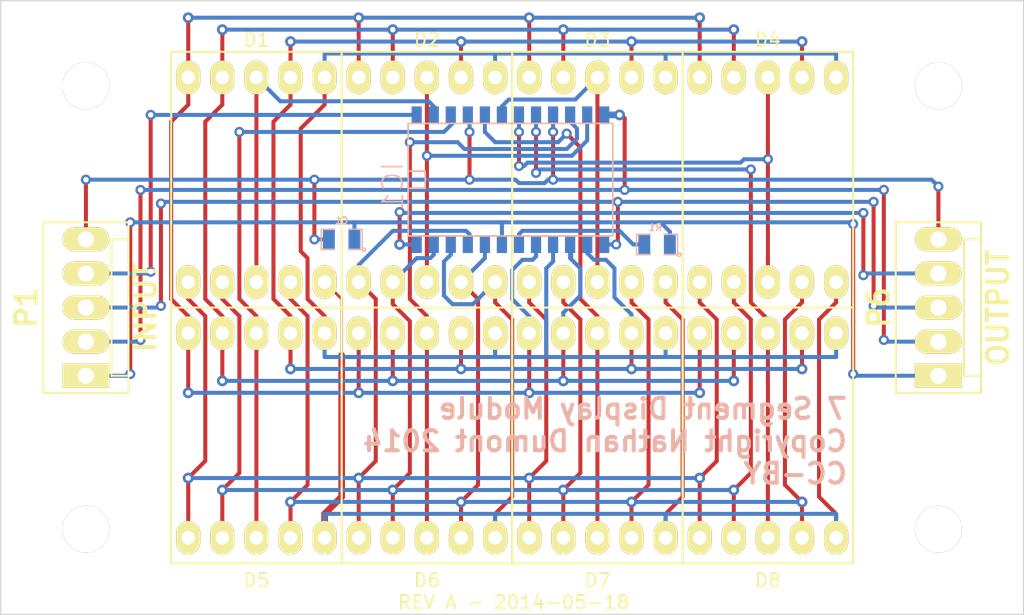
<source format=kicad_pcb>
(kicad_pcb (version 3) (host pcbnew "(2014-05-09 BZR 4859)-product")

  (general
    (links 95)
    (no_connects 0)
    (area 97.739999 83.134999 176.7554 128.97546)
    (thickness 1.6)
    (drawings 6)
    (tracks 430)
    (zones 0)
    (modules 17)
    (nets 24)
  )

  (page A4)
  (layers
    (15 F.Cu signal)
    (0 B.Cu signal)
    (16 B.Adhes user)
    (17 F.Adhes user)
    (18 B.Paste user)
    (19 F.Paste user)
    (20 B.SilkS user)
    (21 F.SilkS user)
    (22 B.Mask user)
    (23 F.Mask user)
    (24 Dwgs.User user)
    (25 Cmts.User user)
    (26 Eco1.User user)
    (27 Eco2.User user)
    (28 Edge.Cuts user)
  )

  (setup
    (last_trace_width 0.3)
    (user_trace_width 0.2)
    (trace_clearance 0.2)
    (zone_clearance 0.508)
    (zone_45_only no)
    (trace_min 0.15)
    (segment_width 0.2)
    (edge_width 0.1)
    (via_size 0.75)
    (via_drill 0.4)
    (via_min_size 0.6)
    (via_min_drill 0.3)
    (uvia_size 0.508)
    (uvia_drill 0.127)
    (uvias_allowed no)
    (uvia_min_size 0.508)
    (uvia_min_drill 0.127)
    (pcb_text_width 0.3)
    (pcb_text_size 1.5 1.5)
    (mod_edge_width 0.15)
    (mod_text_size 1 1)
    (mod_text_width 0.15)
    (pad_size 3.50012 3.50012)
    (pad_drill 3.50012)
    (pad_to_mask_clearance 0)
    (aux_axis_origin 97.79 128.905)
    (visible_elements FFFFFFFF)
    (pcbplotparams
      (layerselection 8388608)
      (usegerberextensions false)
      (excludeedgelayer false)
      (linewidth 0.100000)
      (plotframeref false)
      (viasonmask false)
      (mode 1)
      (useauxorigin false)
      (hpglpennumber 1)
      (hpglpenspeed 20)
      (hpglpendiameter 15)
      (hpglpenoverlay 2)
      (psnegative false)
      (psa4output false)
      (plotreference true)
      (plotvalue true)
      (plotothertext false)
      (plotinvisibletext false)
      (padsonsilk false)
      (subtractmaskfromsilk false)
      (outputformat 4)
      (mirror false)
      (drillshape 2)
      (scaleselection 1)
      (outputdirectory gerbers))
  )

  (net 0 "")
  (net 1 /SEGE)
  (net 2 /SEGD)
  (net 3 /DIG0)
  (net 4 /SEGC)
  (net 5 /SEGDP)
  (net 6 /SEGB)
  (net 7 /SEGA)
  (net 8 /SEGF)
  (net 9 /SEGG)
  (net 10 /DIG2)
  (net 11 /DIG4)
  (net 12 /DIG6)
  (net 13 /DIG1)
  (net 14 /DIG3)
  (net 15 /DIG5)
  (net 16 /DIG7)
  (net 17 +5V)
  (net 18 GND)
  (net 19 /DI)
  (net 20 /LOAD)
  (net 21 /DO)
  (net 22 "Net-(IC1-Pad18)")
  (net 23 /SCK)

  (net_class Default "This is the default net class."
    (clearance 0.2)
    (trace_width 0.3)
    (via_dia 0.75)
    (via_drill 0.4)
    (uvia_dia 0.508)
    (uvia_drill 0.127)
    (add_net +5V)
    (add_net /DI)
    (add_net /DIG0)
    (add_net /DIG1)
    (add_net /DIG2)
    (add_net /DIG3)
    (add_net /DIG4)
    (add_net /DIG5)
    (add_net /DIG6)
    (add_net /DIG7)
    (add_net /DO)
    (add_net /LOAD)
    (add_net /SCK)
    (add_net /SEGA)
    (add_net /SEGB)
    (add_net /SEGC)
    (add_net /SEGD)
    (add_net /SEGDP)
    (add_net /SEGE)
    (add_net /SEGF)
    (add_net /SEGG)
    (add_net GND)
    (add_net "Net-(IC1-Pad18)")
  )

  (module SMD_Packages:SM0805 (layer B.Cu) (tedit 53773F66) (tstamp 537275B3)
    (at 123.19 100.965 180)
    (path /53713CBE)
    (attr smd)
    (fp_text reference C1 (at 0 1.397 180) (layer B.SilkS)
      (effects (font (size 0.50038 0.50038) (thickness 0.10922)) (justify mirror))
    )
    (fp_text value 100nF (at 0 -0.381 180) (layer B.SilkS) hide
      (effects (font (size 0.50038 0.50038) (thickness 0.10922)) (justify mirror))
    )
    (fp_circle (center -1.651 -0.762) (end -1.651 -0.635) (layer B.SilkS) (width 0.09906))
    (fp_line (start -0.508 -0.762) (end -1.524 -0.762) (layer B.SilkS) (width 0.09906))
    (fp_line (start -1.524 -0.762) (end -1.524 0.762) (layer B.SilkS) (width 0.09906))
    (fp_line (start -1.524 0.762) (end -0.508 0.762) (layer B.SilkS) (width 0.09906))
    (fp_line (start 0.508 0.762) (end 1.524 0.762) (layer B.SilkS) (width 0.09906))
    (fp_line (start 1.524 0.762) (end 1.524 -0.762) (layer B.SilkS) (width 0.09906))
    (fp_line (start 1.524 -0.762) (end 0.508 -0.762) (layer B.SilkS) (width 0.09906))
    (pad 1 smd rect (at -0.9525 0 180) (size 0.889 1.397) (layers B.Cu B.Paste B.Mask)
      (net 17 +5V))
    (pad 2 smd rect (at 0.9525 0 180) (size 0.889 1.397) (layers B.Cu B.Paste B.Mask)
      (net 18 GND))
    (model smd/chip_cms.wrl
      (at (xyz 0 0 0))
      (scale (xyz 0.1 0.1 0.1))
      (rotate (xyz 0 0 0))
    )
  )

  (module SMD_Packages:SOIC24-WIDE (layer B.Cu) (tedit 53773F84) (tstamp 537275D6)
    (at 135.763 96.52)
    (path /5371244B)
    (attr smd)
    (fp_text reference IC1 (at -8.763 0.508 90) (layer B.SilkS)
      (effects (font (thickness 0.127)) (justify mirror))
    )
    (fp_text value MAX7219 (at 0 -1.524) (layer B.SilkS) hide
      (effects (font (thickness 0.127)) (justify mirror))
    )
    (fp_line (start 7.62 4.191) (end -7.62 4.191) (layer B.SilkS) (width 0.127))
    (fp_line (start -7.62 4.191) (end -7.62 -4.191) (layer B.SilkS) (width 0.127))
    (fp_line (start -7.62 0.635) (end -6.35 0.635) (layer B.SilkS) (width 0.127))
    (fp_line (start -6.35 0.635) (end -6.35 -0.635) (layer B.SilkS) (width 0.127))
    (fp_line (start -6.35 -0.635) (end -7.62 -0.635) (layer B.SilkS) (width 0.127))
    (fp_line (start 7.62 -4.191) (end 7.62 4.191) (layer B.SilkS) (width 0.127))
    (fp_line (start -7.62 -4.191) (end 7.62 -4.191) (layer B.SilkS) (width 0.127))
    (pad 1 smd rect (at -6.985 -4.826) (size 0.762 1.27) (layers B.Cu B.Paste B.Mask)
      (net 19 /DI))
    (pad 2 smd rect (at -5.715 -4.826) (size 0.762 1.27) (layers B.Cu B.Paste B.Mask)
      (net 3 /DIG0))
    (pad 3 smd rect (at -4.445 -4.826) (size 0.762 1.27) (layers B.Cu B.Paste B.Mask)
      (net 11 /DIG4))
    (pad 4 smd rect (at -3.175 -4.826) (size 0.762 1.27) (layers B.Cu B.Paste B.Mask)
      (net 18 GND))
    (pad 5 smd rect (at -1.905 -4.826) (size 0.762 1.27) (layers B.Cu B.Paste B.Mask)
      (net 12 /DIG6))
    (pad 6 smd rect (at -0.635 -4.826) (size 0.762 1.27) (layers B.Cu B.Paste B.Mask)
      (net 10 /DIG2))
    (pad 7 smd rect (at 0.635 -4.826) (size 0.762 1.27) (layers B.Cu B.Paste B.Mask)
      (net 14 /DIG3))
    (pad 8 smd rect (at 1.905 -4.826) (size 0.762 1.27) (layers B.Cu B.Paste B.Mask)
      (net 16 /DIG7))
    (pad 9 smd rect (at 3.175 -4.826) (size 0.762 1.27) (layers B.Cu B.Paste B.Mask)
      (net 18 GND))
    (pad 10 smd rect (at 4.445 -4.826) (size 0.762 1.27) (layers B.Cu B.Paste B.Mask)
      (net 15 /DIG5))
    (pad 11 smd rect (at 5.715 -4.826) (size 0.762 1.27) (layers B.Cu B.Paste B.Mask)
      (net 13 /DIG1))
    (pad 12 smd rect (at 6.985 -4.826) (size 0.762 1.27) (layers B.Cu B.Paste B.Mask)
      (net 20 /LOAD))
    (pad 24 smd rect (at -6.985 4.826) (size 0.762 1.27) (layers B.Cu B.Paste B.Mask)
      (net 21 /DO))
    (pad 23 smd rect (at -5.715 4.826) (size 0.762 1.27) (layers B.Cu B.Paste B.Mask)
      (net 2 /SEGD))
    (pad 22 smd rect (at -4.445 4.826) (size 0.762 1.27) (layers B.Cu B.Paste B.Mask)
      (net 5 /SEGDP))
    (pad 21 smd rect (at -3.175 4.826) (size 0.762 1.27) (layers B.Cu B.Paste B.Mask)
      (net 1 /SEGE))
    (pad 20 smd rect (at -1.905 4.826) (size 0.762 1.27) (layers B.Cu B.Paste B.Mask)
      (net 4 /SEGC))
    (pad 19 smd rect (at -0.635 4.826) (size 0.762 1.27) (layers B.Cu B.Paste B.Mask)
      (net 17 +5V))
    (pad 18 smd rect (at 0.635 4.826) (size 0.762 1.27) (layers B.Cu B.Paste B.Mask)
      (net 22 "Net-(IC1-Pad18)"))
    (pad 17 smd rect (at 1.905 4.826) (size 0.762 1.27) (layers B.Cu B.Paste B.Mask)
      (net 9 /SEGG))
    (pad 16 smd rect (at 3.175 4.826) (size 0.762 1.27) (layers B.Cu B.Paste B.Mask)
      (net 6 /SEGB))
    (pad 15 smd rect (at 4.445 4.826) (size 0.762 1.27) (layers B.Cu B.Paste B.Mask)
      (net 8 /SEGF))
    (pad 14 smd rect (at 5.715 4.826) (size 0.762 1.27) (layers B.Cu B.Paste B.Mask)
      (net 7 /SEGA))
    (pad 13 smd rect (at 6.985 4.826) (size 0.762 1.27) (layers B.Cu B.Paste B.Mask)
      (net 23 /SCK))
    (model smd/cms_soj24.wrl
      (at (xyz 0 0 0))
      (scale (xyz 0.5 0.6 0.5))
      (rotate (xyz 0 0 0))
    )
  )

  (module Nathan_THT:MOLEX_KK_5 (layer F.Cu) (tedit 53727423) (tstamp 537275E6)
    (at 104.14 106.045 90)
    (path /537141E2)
    (fp_text reference P1 (at 0 -4.445 90) (layer F.SilkS)
      (effects (font (thickness 0.3048)))
    )
    (fp_text value INPUT (at 0 4.445 90) (layer F.SilkS)
      (effects (font (thickness 0.3048)))
    )
    (fp_line (start -5.08 3.175) (end -5.08 1.905) (layer F.SilkS) (width 0.15))
    (fp_line (start -5.08 1.905) (end 5.08 1.905) (layer F.SilkS) (width 0.15))
    (fp_line (start 5.08 1.905) (end 5.08 3.175) (layer F.SilkS) (width 0.15))
    (fp_line (start -6.35 -3.175) (end 6.35 -3.175) (layer F.SilkS) (width 0.15))
    (fp_line (start 6.35 -3.175) (end 6.35 3.175) (layer F.SilkS) (width 0.15))
    (fp_line (start 6.35 3.175) (end -6.35 3.175) (layer F.SilkS) (width 0.15))
    (fp_line (start -6.35 -3.175) (end -6.35 3.175) (layer F.SilkS) (width 0.15))
    (pad 1 thru_hole rect (at -5.08 0 90) (size 1.8 3.5) (drill 1.2) (layers *.Cu *.Mask F.SilkS)
      (net 17 +5V))
    (pad 2 thru_hole oval (at -2.54 0 90) (size 1.8 3.5) (drill 1.2) (layers *.Cu *.Mask F.SilkS)
      (net 20 /LOAD))
    (pad 3 thru_hole oval (at 0 0 90) (size 1.8 3.5) (drill 1.2) (layers *.Cu *.Mask F.SilkS)
      (net 23 /SCK))
    (pad 4 thru_hole oval (at 2.54 0 90) (size 1.8 3.5) (drill 1.2) (layers *.Cu *.Mask F.SilkS)
      (net 19 /DI))
    (pad 5 thru_hole oval (at 5.08 0 90) (size 1.8 3.5) (drill 1.2) (layers *.Cu *.Mask F.SilkS)
      (net 18 GND))
  )

  (module Mounting_Holes:MountingHole_3-5mm (layer F.Cu) (tedit 53789C69) (tstamp 537275EC)
    (at 104.14 89.535)
    (descr "Mounting hole, Befestigungsbohrung, 3,5mm, No Annular, Kein Restring,")
    (tags "Mounting hole, Befestigungsbohrung, 3,5mm, No Annular, Kein Restring,")
    (path /537157FE)
    (fp_text reference P2 (at 0 -4.50088) (layer F.SilkS) hide
      (effects (font (thickness 0.3048)))
    )
    (fp_text value CONN_1 (at 0 5.00126) (layer F.SilkS) hide
      (effects (font (thickness 0.3048)))
    )
    (fp_circle (center 0 0) (end 3.50012 0) (layer Cmts.User) (width 0.381))
    (pad 1 thru_hole circle (at 0 0) (size 3.50012 3.50012) (drill 3.50012) (layers *.Cu *.Mask))
  )

  (module Mounting_Holes:MountingHole_3-5mm (layer F.Cu) (tedit 53789C83) (tstamp 537275F2)
    (at 104.14 122.555)
    (descr "Mounting hole, Befestigungsbohrung, 3,5mm, No Annular, Kein Restring,")
    (tags "Mounting hole, Befestigungsbohrung, 3,5mm, No Annular, Kein Restring,")
    (path /537158D1)
    (fp_text reference P3 (at 0 -4.50088) (layer F.SilkS) hide
      (effects (font (thickness 0.3048)))
    )
    (fp_text value CONN_1 (at 0 5.00126) (layer F.SilkS) hide
      (effects (font (thickness 0.3048)))
    )
    (fp_circle (center 0 0) (end 3.50012 0) (layer Cmts.User) (width 0.381))
    (pad 1 thru_hole circle (at 0 0) (size 3.50012 3.50012) (drill 3.50012) (layers *.Cu *.Mask))
  )

  (module Mounting_Holes:MountingHole_3-5mm (layer F.Cu) (tedit 53789C7C) (tstamp 537275F8)
    (at 167.64 122.555)
    (descr "Mounting hole, Befestigungsbohrung, 3,5mm, No Annular, Kein Restring,")
    (tags "Mounting hole, Befestigungsbohrung, 3,5mm, No Annular, Kein Restring,")
    (path /537158FC)
    (fp_text reference P4 (at 0 -4.50088) (layer F.SilkS) hide
      (effects (font (thickness 0.3048)))
    )
    (fp_text value CONN_1 (at 0 5.00126) (layer F.SilkS) hide
      (effects (font (thickness 0.3048)))
    )
    (fp_circle (center 0 0) (end 3.50012 0) (layer Cmts.User) (width 0.381))
    (pad 1 thru_hole circle (at 0 0) (size 3.50012 3.50012) (drill 3.50012) (layers *.Cu *.Mask))
  )

  (module Mounting_Holes:MountingHole_3-5mm (layer F.Cu) (tedit 53789C73) (tstamp 537275FE)
    (at 167.64 89.535)
    (descr "Mounting hole, Befestigungsbohrung, 3,5mm, No Annular, Kein Restring,")
    (tags "Mounting hole, Befestigungsbohrung, 3,5mm, No Annular, Kein Restring,")
    (path /53715919)
    (fp_text reference P5 (at 0 -4.50088) (layer F.SilkS) hide
      (effects (font (thickness 0.3048)))
    )
    (fp_text value CONN_1 (at 0 5.00126) (layer F.SilkS) hide
      (effects (font (thickness 0.3048)))
    )
    (fp_circle (center 0 0) (end 3.50012 0) (layer Cmts.User) (width 0.381))
    (pad 1 thru_hole circle (at 0 0) (size 3.50012 3.50012) (drill 3.50012) (layers *.Cu *.Mask))
  )

  (module Nathan_THT:MOLEX_KK_5 (layer F.Cu) (tedit 53727423) (tstamp 5372760E)
    (at 167.64 106.045 90)
    (path /537142A9)
    (fp_text reference P6 (at 0 -4.445 90) (layer F.SilkS)
      (effects (font (thickness 0.3048)))
    )
    (fp_text value OUTPUT (at 0 4.445 90) (layer F.SilkS)
      (effects (font (thickness 0.3048)))
    )
    (fp_line (start -5.08 3.175) (end -5.08 1.905) (layer F.SilkS) (width 0.15))
    (fp_line (start -5.08 1.905) (end 5.08 1.905) (layer F.SilkS) (width 0.15))
    (fp_line (start 5.08 1.905) (end 5.08 3.175) (layer F.SilkS) (width 0.15))
    (fp_line (start -6.35 -3.175) (end 6.35 -3.175) (layer F.SilkS) (width 0.15))
    (fp_line (start 6.35 -3.175) (end 6.35 3.175) (layer F.SilkS) (width 0.15))
    (fp_line (start 6.35 3.175) (end -6.35 3.175) (layer F.SilkS) (width 0.15))
    (fp_line (start -6.35 -3.175) (end -6.35 3.175) (layer F.SilkS) (width 0.15))
    (pad 1 thru_hole rect (at -5.08 0 90) (size 1.8 3.5) (drill 1.2) (layers *.Cu *.Mask F.SilkS)
      (net 17 +5V))
    (pad 2 thru_hole oval (at -2.54 0 90) (size 1.8 3.5) (drill 1.2) (layers *.Cu *.Mask F.SilkS)
      (net 20 /LOAD))
    (pad 3 thru_hole oval (at 0 0 90) (size 1.8 3.5) (drill 1.2) (layers *.Cu *.Mask F.SilkS)
      (net 23 /SCK))
    (pad 4 thru_hole oval (at 2.54 0 90) (size 1.8 3.5) (drill 1.2) (layers *.Cu *.Mask F.SilkS)
      (net 21 /DO))
    (pad 5 thru_hole oval (at 5.08 0 90) (size 1.8 3.5) (drill 1.2) (layers *.Cu *.Mask F.SilkS)
      (net 18 GND))
  )

  (module SMD_Packages:SM0805 (layer B.Cu) (tedit 53773F74) (tstamp 5372761B)
    (at 146.685 101.346 180)
    (path /537134BC)
    (attr smd)
    (fp_text reference R1 (at 0.127 1.27 180) (layer B.SilkS)
      (effects (font (size 0.50038 0.50038) (thickness 0.10922)) (justify mirror))
    )
    (fp_text value 27k (at 0 -0.381 180) (layer B.SilkS) hide
      (effects (font (size 0.50038 0.50038) (thickness 0.10922)) (justify mirror))
    )
    (fp_circle (center -1.651 -0.762) (end -1.651 -0.635) (layer B.SilkS) (width 0.09906))
    (fp_line (start -0.508 -0.762) (end -1.524 -0.762) (layer B.SilkS) (width 0.09906))
    (fp_line (start -1.524 -0.762) (end -1.524 0.762) (layer B.SilkS) (width 0.09906))
    (fp_line (start -1.524 0.762) (end -0.508 0.762) (layer B.SilkS) (width 0.09906))
    (fp_line (start 0.508 0.762) (end 1.524 0.762) (layer B.SilkS) (width 0.09906))
    (fp_line (start 1.524 0.762) (end 1.524 -0.762) (layer B.SilkS) (width 0.09906))
    (fp_line (start 1.524 -0.762) (end 0.508 -0.762) (layer B.SilkS) (width 0.09906))
    (pad 1 smd rect (at -0.9525 0 180) (size 0.889 1.397) (layers B.Cu B.Paste B.Mask)
      (net 17 +5V))
    (pad 2 smd rect (at 0.9525 0 180) (size 0.889 1.397) (layers B.Cu B.Paste B.Mask)
      (net 22 "Net-(IC1-Pad18)"))
    (model smd/chip_cms.wrl
      (at (xyz 0 0 0))
      (scale (xyz 0.1 0.1 0.1))
      (rotate (xyz 0 0 0))
    )
  )

  (module Nathan_THT:7SEGM_LED_0_5_INCH (layer F.Cu) (tedit 53774227) (tstamp 5377425E)
    (at 116.84 96.52)
    (path /53712D36)
    (fp_text reference D1 (at 0 -10.414) (layer F.SilkS)
      (effects (font (size 1 1) (thickness 0.15)))
    )
    (fp_text value 7SEGMENTS (at 0 0) (layer F.SilkS) hide
      (effects (font (size 1 1) (thickness 0.15)))
    )
    (fp_line (start -6.35 -9.525) (end 6.35 -9.525) (layer F.SilkS) (width 0.15))
    (fp_line (start 6.35 -9.525) (end 6.35 9.525) (layer F.SilkS) (width 0.15))
    (fp_line (start 6.35 9.525) (end -6.35 9.525) (layer F.SilkS) (width 0.15))
    (fp_line (start -6.35 9.525) (end -6.35 -9.525) (layer F.SilkS) (width 0.15))
    (pad 1 thru_hole oval (at -5.08 7.62) (size 1.8 2.5) (drill 1) (layers *.Cu *.Mask F.SilkS)
      (net 1 /SEGE))
    (pad 2 thru_hole oval (at -2.54 7.62) (size 1.8 2.5) (drill 1) (layers *.Cu *.Mask F.SilkS)
      (net 2 /SEGD))
    (pad 3 thru_hole oval (at 0 7.62) (size 1.8 2.5) (drill 1) (layers *.Cu *.Mask F.SilkS)
      (net 3 /DIG0))
    (pad 4 thru_hole oval (at 2.54 7.62) (size 1.8 2.5) (drill 1) (layers *.Cu *.Mask F.SilkS)
      (net 4 /SEGC))
    (pad 5 thru_hole oval (at 5.08 7.62) (size 1.8 2.5) (drill 1) (layers *.Cu *.Mask F.SilkS)
      (net 5 /SEGDP))
    (pad 6 thru_hole oval (at 5.08 -7.62) (size 1.8 2.5) (drill 1) (layers *.Cu *.Mask F.SilkS)
      (net 6 /SEGB))
    (pad 7 thru_hole oval (at 2.54 -7.62) (size 1.8 2.5) (drill 1) (layers *.Cu *.Mask F.SilkS)
      (net 7 /SEGA))
    (pad 8 thru_hole oval (at 0 -7.62) (size 1.8 2.5) (drill 1) (layers *.Cu *.Mask F.SilkS)
      (net 3 /DIG0))
    (pad 9 thru_hole oval (at -2.54 -7.62) (size 1.8 2.5) (drill 1) (layers *.Cu *.Mask F.SilkS)
      (net 8 /SEGF))
    (pad 10 thru_hole oval (at -5.08 -7.62) (size 1.8 2.5) (drill 1) (layers *.Cu *.Mask F.SilkS)
      (net 9 /SEGG))
  )

  (module Nathan_THT:7SEGM_LED_0_5_INCH (layer F.Cu) (tedit 5377422F) (tstamp 5377426C)
    (at 129.54 96.52)
    (path /53712FA9)
    (fp_text reference D2 (at 0 -10.414) (layer F.SilkS)
      (effects (font (size 1 1) (thickness 0.15)))
    )
    (fp_text value 7SEGMENTS (at 0 0) (layer F.SilkS) hide
      (effects (font (size 1 1) (thickness 0.15)))
    )
    (fp_line (start -6.35 -9.525) (end 6.35 -9.525) (layer F.SilkS) (width 0.15))
    (fp_line (start 6.35 -9.525) (end 6.35 9.525) (layer F.SilkS) (width 0.15))
    (fp_line (start 6.35 9.525) (end -6.35 9.525) (layer F.SilkS) (width 0.15))
    (fp_line (start -6.35 9.525) (end -6.35 -9.525) (layer F.SilkS) (width 0.15))
    (pad 1 thru_hole oval (at -5.08 7.62) (size 1.8 2.5) (drill 1) (layers *.Cu *.Mask F.SilkS)
      (net 1 /SEGE))
    (pad 2 thru_hole oval (at -2.54 7.62) (size 1.8 2.5) (drill 1) (layers *.Cu *.Mask F.SilkS)
      (net 2 /SEGD))
    (pad 3 thru_hole oval (at 0 7.62) (size 1.8 2.5) (drill 1) (layers *.Cu *.Mask F.SilkS)
      (net 13 /DIG1))
    (pad 4 thru_hole oval (at 2.54 7.62) (size 1.8 2.5) (drill 1) (layers *.Cu *.Mask F.SilkS)
      (net 4 /SEGC))
    (pad 5 thru_hole oval (at 5.08 7.62) (size 1.8 2.5) (drill 1) (layers *.Cu *.Mask F.SilkS)
      (net 5 /SEGDP))
    (pad 6 thru_hole oval (at 5.08 -7.62) (size 1.8 2.5) (drill 1) (layers *.Cu *.Mask F.SilkS)
      (net 6 /SEGB))
    (pad 7 thru_hole oval (at 2.54 -7.62) (size 1.8 2.5) (drill 1) (layers *.Cu *.Mask F.SilkS)
      (net 7 /SEGA))
    (pad 8 thru_hole oval (at 0 -7.62) (size 1.8 2.5) (drill 1) (layers *.Cu *.Mask F.SilkS)
      (net 13 /DIG1))
    (pad 9 thru_hole oval (at -2.54 -7.62) (size 1.8 2.5) (drill 1) (layers *.Cu *.Mask F.SilkS)
      (net 8 /SEGF))
    (pad 10 thru_hole oval (at -5.08 -7.62) (size 1.8 2.5) (drill 1) (layers *.Cu *.Mask F.SilkS)
      (net 9 /SEGG))
  )

  (module Nathan_THT:7SEGM_LED_0_5_INCH (layer F.Cu) (tedit 53774239) (tstamp 5377427A)
    (at 142.24 96.52)
    (path /5371306A)
    (fp_text reference D3 (at 0 -10.414) (layer F.SilkS)
      (effects (font (size 1 1) (thickness 0.15)))
    )
    (fp_text value 7SEGMENTS (at 0 0) (layer F.SilkS) hide
      (effects (font (size 1 1) (thickness 0.15)))
    )
    (fp_line (start -6.35 -9.525) (end 6.35 -9.525) (layer F.SilkS) (width 0.15))
    (fp_line (start 6.35 -9.525) (end 6.35 9.525) (layer F.SilkS) (width 0.15))
    (fp_line (start 6.35 9.525) (end -6.35 9.525) (layer F.SilkS) (width 0.15))
    (fp_line (start -6.35 9.525) (end -6.35 -9.525) (layer F.SilkS) (width 0.15))
    (pad 1 thru_hole oval (at -5.08 7.62) (size 1.8 2.5) (drill 1) (layers *.Cu *.Mask F.SilkS)
      (net 1 /SEGE))
    (pad 2 thru_hole oval (at -2.54 7.62) (size 1.8 2.5) (drill 1) (layers *.Cu *.Mask F.SilkS)
      (net 2 /SEGD))
    (pad 3 thru_hole oval (at 0 7.62) (size 1.8 2.5) (drill 1) (layers *.Cu *.Mask F.SilkS)
      (net 10 /DIG2))
    (pad 4 thru_hole oval (at 2.54 7.62) (size 1.8 2.5) (drill 1) (layers *.Cu *.Mask F.SilkS)
      (net 4 /SEGC))
    (pad 5 thru_hole oval (at 5.08 7.62) (size 1.8 2.5) (drill 1) (layers *.Cu *.Mask F.SilkS)
      (net 5 /SEGDP))
    (pad 6 thru_hole oval (at 5.08 -7.62) (size 1.8 2.5) (drill 1) (layers *.Cu *.Mask F.SilkS)
      (net 6 /SEGB))
    (pad 7 thru_hole oval (at 2.54 -7.62) (size 1.8 2.5) (drill 1) (layers *.Cu *.Mask F.SilkS)
      (net 7 /SEGA))
    (pad 8 thru_hole oval (at 0 -7.62) (size 1.8 2.5) (drill 1) (layers *.Cu *.Mask F.SilkS)
      (net 10 /DIG2))
    (pad 9 thru_hole oval (at -2.54 -7.62) (size 1.8 2.5) (drill 1) (layers *.Cu *.Mask F.SilkS)
      (net 8 /SEGF))
    (pad 10 thru_hole oval (at -5.08 -7.62) (size 1.8 2.5) (drill 1) (layers *.Cu *.Mask F.SilkS)
      (net 9 /SEGG))
  )

  (module Nathan_THT:7SEGM_LED_0_5_INCH (layer F.Cu) (tedit 53774241) (tstamp 53774288)
    (at 154.94 96.52)
    (path /53713082)
    (fp_text reference D4 (at 0 -10.414) (layer F.SilkS)
      (effects (font (size 1 1) (thickness 0.15)))
    )
    (fp_text value 7SEGMENTS (at 0 0) (layer F.SilkS) hide
      (effects (font (size 1 1) (thickness 0.15)))
    )
    (fp_line (start -6.35 -9.525) (end 6.35 -9.525) (layer F.SilkS) (width 0.15))
    (fp_line (start 6.35 -9.525) (end 6.35 9.525) (layer F.SilkS) (width 0.15))
    (fp_line (start 6.35 9.525) (end -6.35 9.525) (layer F.SilkS) (width 0.15))
    (fp_line (start -6.35 9.525) (end -6.35 -9.525) (layer F.SilkS) (width 0.15))
    (pad 1 thru_hole oval (at -5.08 7.62) (size 1.8 2.5) (drill 1) (layers *.Cu *.Mask F.SilkS)
      (net 1 /SEGE))
    (pad 2 thru_hole oval (at -2.54 7.62) (size 1.8 2.5) (drill 1) (layers *.Cu *.Mask F.SilkS)
      (net 2 /SEGD))
    (pad 3 thru_hole oval (at 0 7.62) (size 1.8 2.5) (drill 1) (layers *.Cu *.Mask F.SilkS)
      (net 14 /DIG3))
    (pad 4 thru_hole oval (at 2.54 7.62) (size 1.8 2.5) (drill 1) (layers *.Cu *.Mask F.SilkS)
      (net 4 /SEGC))
    (pad 5 thru_hole oval (at 5.08 7.62) (size 1.8 2.5) (drill 1) (layers *.Cu *.Mask F.SilkS)
      (net 5 /SEGDP))
    (pad 6 thru_hole oval (at 5.08 -7.62) (size 1.8 2.5) (drill 1) (layers *.Cu *.Mask F.SilkS)
      (net 6 /SEGB))
    (pad 7 thru_hole oval (at 2.54 -7.62) (size 1.8 2.5) (drill 1) (layers *.Cu *.Mask F.SilkS)
      (net 7 /SEGA))
    (pad 8 thru_hole oval (at 0 -7.62) (size 1.8 2.5) (drill 1) (layers *.Cu *.Mask F.SilkS)
      (net 14 /DIG3))
    (pad 9 thru_hole oval (at -2.54 -7.62) (size 1.8 2.5) (drill 1) (layers *.Cu *.Mask F.SilkS)
      (net 8 /SEGF))
    (pad 10 thru_hole oval (at -5.08 -7.62) (size 1.8 2.5) (drill 1) (layers *.Cu *.Mask F.SilkS)
      (net 9 /SEGG))
  )

  (module Nathan_THT:7SEGM_LED_0_5_INCH (layer F.Cu) (tedit 53774159) (tstamp 53774296)
    (at 116.84 115.57)
    (path /5371316C)
    (fp_text reference D5 (at 0 10.795) (layer F.SilkS)
      (effects (font (size 1 1) (thickness 0.15)))
    )
    (fp_text value 7SEGMENTS (at 0 0) (layer F.SilkS) hide
      (effects (font (size 1 1) (thickness 0.15)))
    )
    (fp_line (start -6.35 -9.525) (end 6.35 -9.525) (layer F.SilkS) (width 0.15))
    (fp_line (start 6.35 -9.525) (end 6.35 9.525) (layer F.SilkS) (width 0.15))
    (fp_line (start 6.35 9.525) (end -6.35 9.525) (layer F.SilkS) (width 0.15))
    (fp_line (start -6.35 9.525) (end -6.35 -9.525) (layer F.SilkS) (width 0.15))
    (pad 1 thru_hole oval (at -5.08 7.62) (size 1.8 2.5) (drill 1) (layers *.Cu *.Mask F.SilkS)
      (net 1 /SEGE))
    (pad 2 thru_hole oval (at -2.54 7.62) (size 1.8 2.5) (drill 1) (layers *.Cu *.Mask F.SilkS)
      (net 2 /SEGD))
    (pad 3 thru_hole oval (at 0 7.62) (size 1.8 2.5) (drill 1) (layers *.Cu *.Mask F.SilkS)
      (net 11 /DIG4))
    (pad 4 thru_hole oval (at 2.54 7.62) (size 1.8 2.5) (drill 1) (layers *.Cu *.Mask F.SilkS)
      (net 4 /SEGC))
    (pad 5 thru_hole oval (at 5.08 7.62) (size 1.8 2.5) (drill 1) (layers *.Cu *.Mask F.SilkS)
      (net 5 /SEGDP))
    (pad 6 thru_hole oval (at 5.08 -7.62) (size 1.8 2.5) (drill 1) (layers *.Cu *.Mask F.SilkS)
      (net 6 /SEGB))
    (pad 7 thru_hole oval (at 2.54 -7.62) (size 1.8 2.5) (drill 1) (layers *.Cu *.Mask F.SilkS)
      (net 7 /SEGA))
    (pad 8 thru_hole oval (at 0 -7.62) (size 1.8 2.5) (drill 1) (layers *.Cu *.Mask F.SilkS)
      (net 11 /DIG4))
    (pad 9 thru_hole oval (at -2.54 -7.62) (size 1.8 2.5) (drill 1) (layers *.Cu *.Mask F.SilkS)
      (net 8 /SEGF))
    (pad 10 thru_hole oval (at -5.08 -7.62) (size 1.8 2.5) (drill 1) (layers *.Cu *.Mask F.SilkS)
      (net 9 /SEGG))
  )

  (module Nathan_THT:7SEGM_LED_0_5_INCH (layer F.Cu) (tedit 53774159) (tstamp 537742A4)
    (at 129.54 115.57)
    (path /53713184)
    (fp_text reference D6 (at 0 10.795) (layer F.SilkS)
      (effects (font (size 1 1) (thickness 0.15)))
    )
    (fp_text value 7SEGMENTS (at 0 0) (layer F.SilkS) hide
      (effects (font (size 1 1) (thickness 0.15)))
    )
    (fp_line (start -6.35 -9.525) (end 6.35 -9.525) (layer F.SilkS) (width 0.15))
    (fp_line (start 6.35 -9.525) (end 6.35 9.525) (layer F.SilkS) (width 0.15))
    (fp_line (start 6.35 9.525) (end -6.35 9.525) (layer F.SilkS) (width 0.15))
    (fp_line (start -6.35 9.525) (end -6.35 -9.525) (layer F.SilkS) (width 0.15))
    (pad 1 thru_hole oval (at -5.08 7.62) (size 1.8 2.5) (drill 1) (layers *.Cu *.Mask F.SilkS)
      (net 1 /SEGE))
    (pad 2 thru_hole oval (at -2.54 7.62) (size 1.8 2.5) (drill 1) (layers *.Cu *.Mask F.SilkS)
      (net 2 /SEGD))
    (pad 3 thru_hole oval (at 0 7.62) (size 1.8 2.5) (drill 1) (layers *.Cu *.Mask F.SilkS)
      (net 15 /DIG5))
    (pad 4 thru_hole oval (at 2.54 7.62) (size 1.8 2.5) (drill 1) (layers *.Cu *.Mask F.SilkS)
      (net 4 /SEGC))
    (pad 5 thru_hole oval (at 5.08 7.62) (size 1.8 2.5) (drill 1) (layers *.Cu *.Mask F.SilkS)
      (net 5 /SEGDP))
    (pad 6 thru_hole oval (at 5.08 -7.62) (size 1.8 2.5) (drill 1) (layers *.Cu *.Mask F.SilkS)
      (net 6 /SEGB))
    (pad 7 thru_hole oval (at 2.54 -7.62) (size 1.8 2.5) (drill 1) (layers *.Cu *.Mask F.SilkS)
      (net 7 /SEGA))
    (pad 8 thru_hole oval (at 0 -7.62) (size 1.8 2.5) (drill 1) (layers *.Cu *.Mask F.SilkS)
      (net 15 /DIG5))
    (pad 9 thru_hole oval (at -2.54 -7.62) (size 1.8 2.5) (drill 1) (layers *.Cu *.Mask F.SilkS)
      (net 8 /SEGF))
    (pad 10 thru_hole oval (at -5.08 -7.62) (size 1.8 2.5) (drill 1) (layers *.Cu *.Mask F.SilkS)
      (net 9 /SEGG))
  )

  (module Nathan_THT:7SEGM_LED_0_5_INCH (layer F.Cu) (tedit 53774159) (tstamp 537742B2)
    (at 142.24 115.57)
    (path /5371319C)
    (fp_text reference D7 (at 0 10.795) (layer F.SilkS)
      (effects (font (size 1 1) (thickness 0.15)))
    )
    (fp_text value 7SEGMENTS (at 0 0) (layer F.SilkS) hide
      (effects (font (size 1 1) (thickness 0.15)))
    )
    (fp_line (start -6.35 -9.525) (end 6.35 -9.525) (layer F.SilkS) (width 0.15))
    (fp_line (start 6.35 -9.525) (end 6.35 9.525) (layer F.SilkS) (width 0.15))
    (fp_line (start 6.35 9.525) (end -6.35 9.525) (layer F.SilkS) (width 0.15))
    (fp_line (start -6.35 9.525) (end -6.35 -9.525) (layer F.SilkS) (width 0.15))
    (pad 1 thru_hole oval (at -5.08 7.62) (size 1.8 2.5) (drill 1) (layers *.Cu *.Mask F.SilkS)
      (net 1 /SEGE))
    (pad 2 thru_hole oval (at -2.54 7.62) (size 1.8 2.5) (drill 1) (layers *.Cu *.Mask F.SilkS)
      (net 2 /SEGD))
    (pad 3 thru_hole oval (at 0 7.62) (size 1.8 2.5) (drill 1) (layers *.Cu *.Mask F.SilkS)
      (net 12 /DIG6))
    (pad 4 thru_hole oval (at 2.54 7.62) (size 1.8 2.5) (drill 1) (layers *.Cu *.Mask F.SilkS)
      (net 4 /SEGC))
    (pad 5 thru_hole oval (at 5.08 7.62) (size 1.8 2.5) (drill 1) (layers *.Cu *.Mask F.SilkS)
      (net 5 /SEGDP))
    (pad 6 thru_hole oval (at 5.08 -7.62) (size 1.8 2.5) (drill 1) (layers *.Cu *.Mask F.SilkS)
      (net 6 /SEGB))
    (pad 7 thru_hole oval (at 2.54 -7.62) (size 1.8 2.5) (drill 1) (layers *.Cu *.Mask F.SilkS)
      (net 7 /SEGA))
    (pad 8 thru_hole oval (at 0 -7.62) (size 1.8 2.5) (drill 1) (layers *.Cu *.Mask F.SilkS)
      (net 12 /DIG6))
    (pad 9 thru_hole oval (at -2.54 -7.62) (size 1.8 2.5) (drill 1) (layers *.Cu *.Mask F.SilkS)
      (net 8 /SEGF))
    (pad 10 thru_hole oval (at -5.08 -7.62) (size 1.8 2.5) (drill 1) (layers *.Cu *.Mask F.SilkS)
      (net 9 /SEGG))
  )

  (module Nathan_THT:7SEGM_LED_0_5_INCH (layer F.Cu) (tedit 53774159) (tstamp 537742C0)
    (at 154.94 115.57)
    (path /537131B4)
    (fp_text reference D8 (at 0 10.795) (layer F.SilkS)
      (effects (font (size 1 1) (thickness 0.15)))
    )
    (fp_text value 7SEGMENTS (at 0 0) (layer F.SilkS) hide
      (effects (font (size 1 1) (thickness 0.15)))
    )
    (fp_line (start -6.35 -9.525) (end 6.35 -9.525) (layer F.SilkS) (width 0.15))
    (fp_line (start 6.35 -9.525) (end 6.35 9.525) (layer F.SilkS) (width 0.15))
    (fp_line (start 6.35 9.525) (end -6.35 9.525) (layer F.SilkS) (width 0.15))
    (fp_line (start -6.35 9.525) (end -6.35 -9.525) (layer F.SilkS) (width 0.15))
    (pad 1 thru_hole oval (at -5.08 7.62) (size 1.8 2.5) (drill 1) (layers *.Cu *.Mask F.SilkS)
      (net 1 /SEGE))
    (pad 2 thru_hole oval (at -2.54 7.62) (size 1.8 2.5) (drill 1) (layers *.Cu *.Mask F.SilkS)
      (net 2 /SEGD))
    (pad 3 thru_hole oval (at 0 7.62) (size 1.8 2.5) (drill 1) (layers *.Cu *.Mask F.SilkS)
      (net 16 /DIG7))
    (pad 4 thru_hole oval (at 2.54 7.62) (size 1.8 2.5) (drill 1) (layers *.Cu *.Mask F.SilkS)
      (net 4 /SEGC))
    (pad 5 thru_hole oval (at 5.08 7.62) (size 1.8 2.5) (drill 1) (layers *.Cu *.Mask F.SilkS)
      (net 5 /SEGDP))
    (pad 6 thru_hole oval (at 5.08 -7.62) (size 1.8 2.5) (drill 1) (layers *.Cu *.Mask F.SilkS)
      (net 6 /SEGB))
    (pad 7 thru_hole oval (at 2.54 -7.62) (size 1.8 2.5) (drill 1) (layers *.Cu *.Mask F.SilkS)
      (net 7 /SEGA))
    (pad 8 thru_hole oval (at 0 -7.62) (size 1.8 2.5) (drill 1) (layers *.Cu *.Mask F.SilkS)
      (net 16 /DIG7))
    (pad 9 thru_hole oval (at -2.54 -7.62) (size 1.8 2.5) (drill 1) (layers *.Cu *.Mask F.SilkS)
      (net 8 /SEGF))
    (pad 10 thru_hole oval (at -5.08 -7.62) (size 1.8 2.5) (drill 1) (layers *.Cu *.Mask F.SilkS)
      (net 9 /SEGG))
  )

  (gr_text "REV A - 2014-05-18" (at 136 128) (layer F.SilkS)
    (effects (font (size 1 1) (thickness 0.15)))
  )
  (gr_text "7 Segment Display Module\nCopyright Nathan Dumont 2014\nCC-BY" (at 161 116) (layer B.SilkS)
    (effects (font (size 1.5 1.5) (thickness 0.3)) (justify left mirror))
  )
  (gr_line (start 173.99 83.185) (end 97.79 83.185) (angle 90) (layer Edge.Cuts) (width 0.1))
  (gr_line (start 173.99 128.905) (end 173.99 83.185) (angle 90) (layer Edge.Cuts) (width 0.1))
  (gr_line (start 97.79 128.905) (end 173.99 128.905) (angle 90) (layer Edge.Cuts) (width 0.1))
  (gr_line (start 97.79 83.185) (end 97.79 128.905) (angle 90) (layer Edge.Cuts) (width 0.1))

  (segment (start 124.46 103.378) (end 124.46 104.14) (width 0.2) (layer B.Cu) (net 1) (tstamp 53728B49) (status 30))
  (segment (start 127 100.33) (end 124.46 102.87) (width 0.3) (layer B.Cu) (net 1) (tstamp 53767E02))
  (segment (start 124.46 102.87) (end 124.46 104.14) (width 0.3) (layer B.Cu) (net 1) (tstamp 53767DCF) (status 20))
  (segment (start 132.461 100.33) (end 127 100.33) (width 0.3) (layer B.Cu) (net 1) (tstamp 53767DF6))
  (segment (start 132.715 100.584) (end 132.461 100.33) (width 0.3) (layer B.Cu) (net 1) (tstamp 53767DF4))
  (segment (start 132.715 101.346) (end 132.715 100.584) (width 0.3) (layer B.Cu) (net 1) (status 10))
  (via (at 124.46 118.745) (size 0.8) (layers F.Cu B.Cu) (net 1))
  (via (at 137.16 118.745) (size 0.8) (layers F.Cu B.Cu) (net 1))
  (via (at 149.86 118.745) (size 0.8) (layers F.Cu B.Cu) (net 1))
  (segment (start 113.03 106.68) (end 113.03 117.475) (width 0.3) (layer F.Cu) (net 1) (tstamp 53767F44))
  (segment (start 111.76 105.41) (end 113.03 106.68) (width 0.3) (layer F.Cu) (net 1) (tstamp 53767F3D))
  (segment (start 111.76 104.14) (end 111.76 105.41) (width 0.3) (layer F.Cu) (net 1) (status 10))
  (segment (start 125.73 117.475) (end 124.46 118.745) (width 0.3) (layer F.Cu) (net 1) (tstamp 537738F3))
  (segment (start 125.73 105.41) (end 125.73 117.475) (width 0.3) (layer F.Cu) (net 1) (tstamp 537738F1))
  (segment (start 124.46 104.14) (end 125.73 105.41) (width 0.3) (layer F.Cu) (net 1) (status 10))
  (segment (start 124.46 118.745) (end 124.46 123.19) (width 0.3) (layer F.Cu) (net 1) (status 20))
  (segment (start 111.76 118.745) (end 111.76 123.19) (width 0.3) (layer F.Cu) (net 1) (status 20))
  (segment (start 111.76 118.745) (end 113.03 117.475) (width 0.3) (layer F.Cu) (net 1))
  (segment (start 137.16 118.745) (end 137.16 123.19) (width 0.3) (layer F.Cu) (net 1) (status 20))
  (segment (start 149.86 123.19) (end 149.86 118.745) (width 0.3) (layer F.Cu) (net 1) (status 10))
  (segment (start 137.16 105.664) (end 137.16 104.14) (width 0.3) (layer F.Cu) (net 1) (tstamp 5377397F) (status 20))
  (segment (start 138.43 106.934) (end 137.16 105.664) (width 0.3) (layer F.Cu) (net 1) (tstamp 5377397B))
  (segment (start 138.43 117.475) (end 138.43 106.934) (width 0.3) (layer F.Cu) (net 1) (tstamp 5377397A))
  (segment (start 137.16 118.745) (end 138.43 117.475) (width 0.3) (layer F.Cu) (net 1))
  (via (at 111.76 118.745) (size 0.8) (layers F.Cu B.Cu) (net 1))
  (segment (start 111.76 118.745) (end 124.46 118.745) (width 0.3) (layer B.Cu) (net 1))
  (segment (start 137.16 118.745) (end 124.46 118.745) (width 0.3) (layer B.Cu) (net 1))
  (segment (start 137.16 118.745) (end 149.86 118.745) (width 0.3) (layer B.Cu) (net 1))
  (segment (start 149.86 105.664) (end 149.86 104.14) (width 0.3) (layer F.Cu) (net 1) (tstamp 53773ACE) (status 20))
  (segment (start 151.13 106.934) (end 149.86 105.664) (width 0.3) (layer F.Cu) (net 1) (tstamp 53773ACC))
  (segment (start 151.13 117.475) (end 151.13 106.934) (width 0.3) (layer F.Cu) (net 1) (tstamp 53773ACB))
  (segment (start 149.86 118.745) (end 151.13 117.475) (width 0.3) (layer F.Cu) (net 1))
  (segment (start 130.048 102.108) (end 129.794 102.362) (width 0.3) (layer B.Cu) (net 2) (tstamp 53773A19))
  (segment (start 129.794 102.362) (end 128.778 102.362) (width 0.3) (layer B.Cu) (net 2) (tstamp 53773A1C))
  (segment (start 128.778 102.362) (end 127 104.14) (width 0.3) (layer B.Cu) (net 2) (tstamp 53773A1D) (status 20))
  (segment (start 130.048 101.346) (end 130.048 102.108) (width 0.3) (layer B.Cu) (net 2) (status 10))
  (via (at 114.3 119.634) (size 0.8) (layers F.Cu B.Cu) (net 2))
  (via (at 127 119.634) (size 0.8) (layers F.Cu B.Cu) (net 2))
  (via (at 139.7 119.634) (size 0.8) (layers F.Cu B.Cu) (net 2))
  (via (at 152.4 119.634) (size 0.8) (layers F.Cu B.Cu) (net 2))
  (segment (start 115.57 118.364) (end 114.3 119.634) (width 0.3) (layer F.Cu) (net 2) (tstamp 53767F36))
  (segment (start 114.3 105.41) (end 115.57 106.68) (width 0.3) (layer F.Cu) (net 2) (tstamp 53767F2A))
  (segment (start 115.57 106.68) (end 115.57 118.364) (width 0.3) (layer F.Cu) (net 2) (tstamp 53767F32))
  (segment (start 114.3 104.14) (end 114.3 105.41) (width 0.3) (layer F.Cu) (net 2) (status 10))
  (segment (start 114.3 119.634) (end 114.3 123.19) (width 0.3) (layer F.Cu) (net 2) (status 20))
  (segment (start 127 119.634) (end 127 123.19) (width 0.3) (layer F.Cu) (net 2) (status 20))
  (segment (start 139.7 119.634) (end 139.7 123.19) (width 0.3) (layer F.Cu) (net 2) (status 20))
  (segment (start 152.4 123.19) (end 152.4 119.634) (width 0.3) (layer F.Cu) (net 2) (status 10))
  (segment (start 140.97 118.364) (end 140.97 106.934) (width 0.3) (layer F.Cu) (net 2) (tstamp 53773962))
  (segment (start 140.97 106.934) (end 139.7 105.664) (width 0.3) (layer F.Cu) (net 2) (tstamp 5377396C))
  (segment (start 139.7 105.664) (end 139.7 104.14) (width 0.3) (layer F.Cu) (net 2) (tstamp 53773972) (status 20))
  (segment (start 139.7 119.634) (end 140.97 118.364) (width 0.3) (layer F.Cu) (net 2))
  (segment (start 128.27 118.364) (end 127 119.634) (width 0.3) (layer F.Cu) (net 2) (tstamp 53773A28))
  (segment (start 128.27 107.061) (end 128.27 118.364) (width 0.3) (layer F.Cu) (net 2) (tstamp 53773A24))
  (segment (start 127 105.791) (end 128.27 107.061) (width 0.3) (layer F.Cu) (net 2) (tstamp 53773A22))
  (segment (start 127 104.14) (end 127 105.791) (width 0.3) (layer F.Cu) (net 2) (status 10))
  (segment (start 114.3 119.634) (end 127 119.634) (width 0.3) (layer B.Cu) (net 2))
  (segment (start 127 119.634) (end 139.7 119.634) (width 0.3) (layer B.Cu) (net 2))
  (segment (start 139.7 119.634) (end 152.4 119.634) (width 0.3) (layer B.Cu) (net 2))
  (segment (start 152.4 105.664) (end 152.4 104.14) (width 0.3) (layer F.Cu) (net 2) (tstamp 53773ADC) (status 20))
  (segment (start 153.67 106.934) (end 152.4 105.664) (width 0.3) (layer F.Cu) (net 2) (tstamp 53773AD9))
  (segment (start 153.67 118.364) (end 153.67 106.934) (width 0.3) (layer F.Cu) (net 2) (tstamp 53773AD8))
  (segment (start 152.4 119.634) (end 153.67 118.364) (width 0.3) (layer F.Cu) (net 2))
  (segment (start 118.618 90.678) (end 116.84 88.9) (width 0.3) (layer B.Cu) (net 3) (tstamp 53767EEA) (status 20))
  (segment (start 129.667 90.678) (end 118.618 90.678) (width 0.3) (layer B.Cu) (net 3) (tstamp 53767EE2))
  (segment (start 130.175 91.186) (end 129.667 90.678) (width 0.3) (layer B.Cu) (net 3) (tstamp 53767EDF) (status 10))
  (segment (start 130.175 91.694) (end 130.175 91.186) (width 0.3) (layer B.Cu) (net 3) (status 30))
  (segment (start 116.84 88.9) (end 116.84 104.14) (width 0.3) (layer F.Cu) (net 3) (status 30))
  (segment (start 132.08 104.14) (end 133.858 102.362) (width 0.3) (layer B.Cu) (net 4) (status 10))
  (segment (start 133.858 102.362) (end 133.858 101.346) (width 0.3) (layer B.Cu) (net 4) (tstamp 5376939F) (status 20))
  (via (at 119.38 120.523) (size 0.8) (layers F.Cu B.Cu) (net 4))
  (via (at 132.08 120.523) (size 0.8) (layers F.Cu B.Cu) (net 4))
  (via (at 144.78 120.523) (size 0.8) (layers F.Cu B.Cu) (net 4))
  (via (at 157.48 120.523) (size 0.8) (layers F.Cu B.Cu) (net 4))
  (segment (start 119.38 120.523) (end 119.38 123.19) (width 0.3) (layer F.Cu) (net 4) (status 20))
  (segment (start 120.65 119.253) (end 120.65 106.68) (width 0.3) (layer F.Cu) (net 4) (tstamp 5377390E))
  (segment (start 119.38 120.523) (end 120.65 119.253) (width 0.3) (layer F.Cu) (net 4))
  (segment (start 132.08 120.523) (end 132.08 123.19) (width 0.3) (layer F.Cu) (net 4) (status 20))
  (segment (start 144.78 120.523) (end 144.78 123.19) (width 0.3) (layer F.Cu) (net 4) (status 20))
  (segment (start 157.48 123.19) (end 157.48 120.523) (width 0.3) (layer F.Cu) (net 4) (status 10))
  (segment (start 133.35 105.41) (end 133.35 119.253) (width 0.3) (layer F.Cu) (net 4) (tstamp 53773A30))
  (segment (start 133.35 119.253) (end 132.08 120.523) (width 0.3) (layer F.Cu) (net 4) (tstamp 53773A32))
  (segment (start 132.08 104.14) (end 133.35 105.41) (width 0.3) (layer F.Cu) (net 4) (status 10))
  (segment (start 146.05 119.253) (end 144.78 120.523) (width 0.3) (layer F.Cu) (net 4) (tstamp 53773A73))
  (segment (start 146.05 106.934) (end 146.05 119.253) (width 0.3) (layer F.Cu) (net 4) (tstamp 53773A70))
  (segment (start 144.78 105.664) (end 146.05 106.934) (width 0.3) (layer F.Cu) (net 4) (tstamp 53773A6C))
  (segment (start 144.78 104.14) (end 144.78 105.664) (width 0.3) (layer F.Cu) (net 4) (status 10))
  (segment (start 119.38 120.523) (end 132.08 120.523) (width 0.3) (layer B.Cu) (net 4))
  (segment (start 132.08 120.523) (end 144.78 120.523) (width 0.3) (layer B.Cu) (net 4))
  (segment (start 144.78 120.523) (end 157.48 120.523) (width 0.3) (layer B.Cu) (net 4))
  (segment (start 157.48 105.664) (end 157.48 104.14) (width 0.3) (layer F.Cu) (net 4) (tstamp 53773AED) (status 20))
  (segment (start 156.21 106.934) (end 157.48 105.664) (width 0.3) (layer F.Cu) (net 4) (tstamp 53773AE9))
  (segment (start 156.21 119.253) (end 156.21 106.934) (width 0.3) (layer F.Cu) (net 4) (tstamp 53773AE1))
  (segment (start 157.48 120.523) (end 156.21 119.253) (width 0.3) (layer F.Cu) (net 4))
  (segment (start 119.38 105.41) (end 120.65 106.68) (width 0.3) (layer F.Cu) (net 4) (tstamp 53773C03))
  (segment (start 119.38 104.14) (end 119.38 105.41) (width 0.3) (layer F.Cu) (net 4) (status 10))
  (segment (start 131.318 101.346) (end 131.318 102.108) (width 0.3) (layer B.Cu) (net 5) (status 10))
  (segment (start 131.318 102.108) (end 130.81 102.616) (width 0.3) (layer B.Cu) (net 5) (tstamp 53769394))
  (segment (start 130.81 102.616) (end 130.81 105.156) (width 0.3) (layer B.Cu) (net 5) (tstamp 53769396))
  (segment (start 130.81 105.156) (end 131.445 105.791) (width 0.3) (layer B.Cu) (net 5) (tstamp 53769398))
  (segment (start 131.445 105.791) (end 132.969 105.791) (width 0.3) (layer B.Cu) (net 5) (tstamp 5376939A))
  (segment (start 132.969 105.791) (end 134.62 104.14) (width 0.3) (layer B.Cu) (net 5) (tstamp 5376939B) (status 20))
  (segment (start 123.19 109.601) (end 123.19 120.142) (width 0.5) (layer F.Cu) (net 5))
  (segment (start 123.19 105.41) (end 123.19 109.601) (width 0.2) (layer F.Cu) (net 5) (tstamp 5373FE44))
  (segment (start 121.92 104.14) (end 123.19 105.41) (width 0.2) (layer F.Cu) (net 5) (status 10))
  (segment (start 121.92 121.412) (end 121.92 123.19) (width 0.5) (layer F.Cu) (net 5) (tstamp 5373FE4E) (status 20))
  (segment (start 123.19 120.142) (end 121.92 121.412) (width 0.5) (layer F.Cu) (net 5) (tstamp 5373FE4D))
  (segment (start 134.62 105.664) (end 134.62 104.14) (width 0.3) (layer F.Cu) (net 5) (tstamp 53773998) (status 20))
  (segment (start 135.89 106.934) (end 134.62 105.664) (width 0.3) (layer F.Cu) (net 5) (tstamp 53773995))
  (segment (start 135.89 120.142) (end 135.89 106.934) (width 0.3) (layer F.Cu) (net 5) (tstamp 53773987))
  (segment (start 134.62 121.412) (end 135.89 120.142) (width 0.3) (layer F.Cu) (net 5) (tstamp 53773985))
  (segment (start 134.62 123.19) (end 134.62 121.412) (width 0.3) (layer F.Cu) (net 5) (status 10))
  (segment (start 147.32 121.412) (end 147.32 123.19) (width 0.3) (layer F.Cu) (net 5) (tstamp 53773A4B) (status 20))
  (segment (start 148.59 120.142) (end 147.32 121.412) (width 0.3) (layer F.Cu) (net 5) (tstamp 53773A49))
  (segment (start 148.59 106.934) (end 148.59 120.142) (width 0.3) (layer F.Cu) (net 5) (tstamp 53773A47))
  (segment (start 147.32 105.664) (end 148.59 106.934) (width 0.3) (layer F.Cu) (net 5) (tstamp 53773A44))
  (segment (start 147.32 104.14) (end 147.32 105.664) (width 0.3) (layer F.Cu) (net 5) (status 10))
  (segment (start 160.02 105.664) (end 160.02 104.14) (width 0.3) (layer F.Cu) (net 5) (tstamp 53773B05) (status 20))
  (segment (start 158.75 106.934) (end 160.02 105.664) (width 0.3) (layer F.Cu) (net 5) (tstamp 53773B03))
  (segment (start 158.75 120.142) (end 158.75 106.934) (width 0.3) (layer F.Cu) (net 5) (tstamp 53773B00))
  (segment (start 160.02 121.412) (end 158.75 120.142) (width 0.3) (layer F.Cu) (net 5) (tstamp 53773AFE))
  (segment (start 160.02 123.19) (end 160.02 121.412) (width 0.3) (layer F.Cu) (net 5) (status 10))
  (segment (start 121.92 121.412) (end 134.62 121.412) (width 0.3) (layer B.Cu) (net 5) (tstamp 53773A99))
  (segment (start 121.92 123.19) (end 121.92 121.412) (width 0.3) (layer B.Cu) (net 5) (status 10))
  (segment (start 147.32 121.412) (end 147.32 123.19) (width 0.3) (layer B.Cu) (net 5) (tstamp 53773AA6) (status 20))
  (segment (start 134.62 121.412) (end 147.32 121.412) (width 0.3) (layer B.Cu) (net 5) (tstamp 53773AA4))
  (segment (start 134.62 123.19) (end 134.62 121.412) (width 0.3) (layer B.Cu) (net 5) (status 10))
  (segment (start 160.02 121.412) (end 160.02 123.19) (width 0.3) (layer B.Cu) (net 5) (tstamp 53773AAF) (status 20))
  (segment (start 147.32 121.412) (end 160.02 121.412) (width 0.3) (layer B.Cu) (net 5))
  (segment (start 121.92 109.728) (end 134.62 109.728) (width 0.3) (layer B.Cu) (net 6) (tstamp 53773B16))
  (segment (start 121.92 107.95) (end 121.92 109.728) (width 0.3) (layer B.Cu) (net 6) (status 10))
  (segment (start 138.43 109.728) (end 147.32 109.728) (width 0.3) (layer B.Cu) (net 6) (tstamp 53773B37))
  (segment (start 134.62 109.728) (end 138.43 109.728) (width 0.3) (layer B.Cu) (net 6) (tstamp 53773B23))
  (segment (start 134.62 107.95) (end 134.62 109.728) (width 0.3) (layer B.Cu) (net 6) (status 10))
  (segment (start 138.43 103.124) (end 138.938 102.616) (width 0.3) (layer B.Cu) (net 6) (tstamp 53773B39))
  (segment (start 138.938 102.616) (end 138.938 101.346) (width 0.3) (layer B.Cu) (net 6) (tstamp 53773B3A) (status 20))
  (segment (start 138.43 109.728) (end 138.43 103.124) (width 0.3) (layer B.Cu) (net 6))
  (segment (start 160.02 109.728) (end 160.02 107.95) (width 0.3) (layer B.Cu) (net 6) (tstamp 53773B40) (status 20))
  (segment (start 147.32 109.728) (end 160.02 109.728) (width 0.3) (layer B.Cu) (net 6) (tstamp 53773B3E))
  (segment (start 147.32 107.95) (end 147.32 109.728) (width 0.3) (layer B.Cu) (net 6) (status 10))
  (segment (start 121.92 106.68) (end 120.65 105.41) (width 0.3) (layer F.Cu) (net 6) (tstamp 53773C0C))
  (segment (start 120.65 105.41) (end 120.65 102.362) (width 0.3) (layer F.Cu) (net 6) (tstamp 53773C0E))
  (segment (start 120.65 102.362) (end 120.142 101.854) (width 0.3) (layer F.Cu) (net 6) (tstamp 53773C10))
  (segment (start 120.142 101.854) (end 120.142 92.71) (width 0.3) (layer F.Cu) (net 6) (tstamp 53773C11))
  (segment (start 120.142 92.71) (end 121.92 90.932) (width 0.3) (layer F.Cu) (net 6) (tstamp 53773C14))
  (segment (start 121.92 90.932) (end 121.92 88.9) (width 0.3) (layer F.Cu) (net 6) (tstamp 53773C21) (status 20))
  (segment (start 121.92 107.95) (end 121.92 106.68) (width 0.3) (layer F.Cu) (net 6) (status 10))
  (segment (start 121.92 87.122) (end 134.62 87.122) (width 0.3) (layer B.Cu) (net 6) (tstamp 53773CCA))
  (segment (start 121.92 88.9) (end 121.92 87.122) (width 0.3) (layer B.Cu) (net 6) (status 10))
  (segment (start 134.62 87.122) (end 134.62 88.9) (width 0.3) (layer B.Cu) (net 6) (status 20))
  (segment (start 147.32 87.122) (end 147.32 88.9) (width 0.3) (layer B.Cu) (net 6) (tstamp 53773CDE) (status 20))
  (segment (start 134.62 87.122) (end 147.32 87.122) (width 0.3) (layer B.Cu) (net 6))
  (segment (start 147.32 87.122) (end 160.02 87.122) (width 0.3) (layer B.Cu) (net 6))
  (segment (start 160.02 87.122) (end 160.02 88.9) (width 0.3) (layer B.Cu) (net 6) (status 20))
  (segment (start 141.986 102.489) (end 141.605 102.108) (width 0.2) (layer B.Cu) (net 7) (tstamp 53728BB4))
  (segment (start 141.605 102.108) (end 141.605 101.346) (width 0.2) (layer B.Cu) (net 7) (tstamp 53728BB5) (status 20))
  (segment (start 144.78 106.553) (end 144.78 107.95) (width 0.3) (layer B.Cu) (net 7) (tstamp 537739C1) (status 20))
  (segment (start 143.51 105.283) (end 144.78 106.553) (width 0.3) (layer B.Cu) (net 7) (tstamp 537739BF))
  (segment (start 143.51 103.124) (end 143.51 105.283) (width 0.3) (layer B.Cu) (net 7) (tstamp 537739BE))
  (segment (start 142.875 102.489) (end 143.51 103.124) (width 0.3) (layer B.Cu) (net 7) (tstamp 537739BC))
  (segment (start 141.986 102.489) (end 142.875 102.489) (width 0.3) (layer B.Cu) (net 7) (tstamp 537739BB))
  (segment (start 141.478 101.981) (end 141.986 102.489) (width 0.3) (layer B.Cu) (net 7) (tstamp 537739B9) (status 10))
  (segment (start 141.478 101.346) (end 141.478 101.981) (width 0.3) (layer B.Cu) (net 7) (status 30))
  (via (at 119.38 110.617) (size 0.8) (layers F.Cu B.Cu) (net 7))
  (via (at 144.78 86.233) (size 0.8) (layers F.Cu B.Cu) (net 7))
  (via (at 119.38 86.233) (size 0.8) (layers F.Cu B.Cu) (net 7))
  (segment (start 119.38 110.617) (end 119.38 107.95) (width 0.3) (layer F.Cu) (net 7) (status 20))
  (via (at 157.48 110.617) (size 0.8) (layers F.Cu B.Cu) (net 7))
  (segment (start 157.48 107.95) (end 157.48 110.617) (width 0.3) (layer F.Cu) (net 7) (status 10))
  (via (at 132.08 110.617) (size 0.8) (layers F.Cu B.Cu) (net 7))
  (segment (start 132.08 110.617) (end 132.08 107.95) (width 0.3) (layer F.Cu) (net 7) (status 20))
  (via (at 144.78 110.617) (size 0.8) (layers F.Cu B.Cu) (net 7))
  (segment (start 144.78 107.95) (end 144.78 110.617) (width 0.3) (layer F.Cu) (net 7) (status 10))
  (segment (start 119.38 110.617) (end 132.08 110.617) (width 0.3) (layer B.Cu) (net 7))
  (segment (start 132.08 110.617) (end 144.78 110.617) (width 0.3) (layer B.Cu) (net 7))
  (segment (start 144.78 110.617) (end 157.48 110.617) (width 0.3) (layer B.Cu) (net 7))
  (segment (start 119.38 106.68) (end 118.11 105.41) (width 0.3) (layer F.Cu) (net 7) (tstamp 53773BE6))
  (segment (start 118.11 105.41) (end 118.11 92.202) (width 0.3) (layer F.Cu) (net 7) (tstamp 53773BE9))
  (segment (start 118.11 92.202) (end 119.38 90.932) (width 0.3) (layer F.Cu) (net 7) (tstamp 53773BF0))
  (segment (start 119.38 90.932) (end 119.38 88.9) (width 0.3) (layer F.Cu) (net 7) (tstamp 53773BF5) (status 20))
  (segment (start 119.38 107.95) (end 119.38 106.68) (width 0.3) (layer F.Cu) (net 7) (status 10))
  (segment (start 119.38 88.9) (end 119.38 86.233) (width 0.3) (layer F.Cu) (net 7) (status 10))
  (via (at 132.08 86.233) (size 0.8) (layers F.Cu B.Cu) (net 7))
  (segment (start 132.08 88.9) (end 132.08 86.233) (width 0.3) (layer F.Cu) (net 7) (status 10))
  (segment (start 119.38 86.233) (end 132.08 86.233) (width 0.3) (layer B.Cu) (net 7))
  (segment (start 132.08 86.233) (end 144.78 86.233) (width 0.3) (layer B.Cu) (net 7))
  (segment (start 144.78 86.233) (end 144.78 88.9) (width 0.3) (layer F.Cu) (net 7) (status 20))
  (via (at 157.48 86.233) (size 0.8) (layers F.Cu B.Cu) (net 7))
  (segment (start 157.48 86.233) (end 157.48 88.9) (width 0.3) (layer F.Cu) (net 7) (status 20))
  (segment (start 144.78 86.233) (end 157.48 86.233) (width 0.3) (layer B.Cu) (net 7))
  (segment (start 140.97 103.124) (end 140.335 102.489) (width 0.2) (layer B.Cu) (net 8) (tstamp 53728B7B))
  (segment (start 140.335 102.489) (end 140.335 101.346) (width 0.2) (layer B.Cu) (net 8) (tstamp 53728B7C) (status 20))
  (segment (start 140.208 102.362) (end 140.208 101.346) (width 0.3) (layer B.Cu) (net 8) (tstamp 537739B3) (status 20))
  (segment (start 140.97 103.124) (end 140.208 102.362) (width 0.3) (layer B.Cu) (net 8) (tstamp 537739B2))
  (segment (start 139.7 106.426) (end 140.97 105.156) (width 0.3) (layer B.Cu) (net 8) (tstamp 537739AC))
  (segment (start 140.97 105.156) (end 140.97 103.124) (width 0.3) (layer B.Cu) (net 8) (tstamp 537739AF))
  (segment (start 139.7 107.315) (end 139.7 106.426) (width 0.3) (layer B.Cu) (net 8) (tstamp 537739A6) (status 10))
  (segment (start 139.7 107.95) (end 139.7 107.315) (width 0.3) (layer B.Cu) (net 8) (status 30))
  (via (at 114.3 111.506) (size 0.8) (layers F.Cu B.Cu) (net 8))
  (via (at 139.7 85.344) (size 0.8) (layers F.Cu B.Cu) (net 8))
  (via (at 152.4 85.344) (size 0.8) (layers F.Cu B.Cu) (net 8))
  (segment (start 114.3 111.506) (end 114.3 107.95) (width 0.3) (layer F.Cu) (net 8) (status 20))
  (via (at 127 111.506) (size 0.8) (layers F.Cu B.Cu) (net 8))
  (segment (start 127 111.506) (end 127 107.95) (width 0.3) (layer F.Cu) (net 8) (status 20))
  (via (at 152.4 111.506) (size 0.8) (layers F.Cu B.Cu) (net 8))
  (segment (start 152.4 107.95) (end 152.4 111.506) (width 0.3) (layer F.Cu) (net 8) (status 10))
  (via (at 139.7 111.506) (size 0.8) (layers F.Cu B.Cu) (net 8))
  (segment (start 139.7 111.506) (end 139.7 107.95) (width 0.3) (layer F.Cu) (net 8) (status 20))
  (segment (start 114.3 111.506) (end 127 111.506) (width 0.3) (layer B.Cu) (net 8))
  (segment (start 127 111.506) (end 139.7 111.506) (width 0.3) (layer B.Cu) (net 8))
  (segment (start 139.7 111.506) (end 152.4 111.506) (width 0.3) (layer B.Cu) (net 8))
  (segment (start 114.3 106.68) (end 113.03 105.41) (width 0.3) (layer F.Cu) (net 8) (tstamp 53773BAE))
  (segment (start 113.03 105.41) (end 113.03 92.202) (width 0.3) (layer F.Cu) (net 8) (tstamp 53773BB1))
  (segment (start 113.03 92.202) (end 114.3 90.932) (width 0.3) (layer F.Cu) (net 8) (tstamp 53773BB4))
  (segment (start 114.3 90.932) (end 114.3 88.9) (width 0.3) (layer F.Cu) (net 8) (tstamp 53773BB7) (status 20))
  (segment (start 114.3 107.95) (end 114.3 106.68) (width 0.3) (layer F.Cu) (net 8) (status 10))
  (via (at 127 85.344) (size 0.8) (layers F.Cu B.Cu) (net 8))
  (segment (start 127 88.9) (end 127 85.344) (width 0.3) (layer F.Cu) (net 8) (status 10))
  (segment (start 114.3 88.9) (end 114.3 85.344) (width 0.3) (layer F.Cu) (net 8) (status 10))
  (via (at 114.3 85.344) (size 0.8) (layers F.Cu B.Cu) (net 8))
  (segment (start 114.3 85.344) (end 127 85.344) (width 0.3) (layer B.Cu) (net 8))
  (segment (start 139.7 85.344) (end 152.4 85.344) (width 0.3) (layer B.Cu) (net 8))
  (segment (start 139.7 85.344) (end 127 85.344) (width 0.3) (layer B.Cu) (net 8))
  (segment (start 139.7 85.344) (end 139.7 88.9) (width 0.3) (layer F.Cu) (net 8) (status 20))
  (segment (start 152.4 85.344) (end 152.4 88.9) (width 0.3) (layer F.Cu) (net 8) (status 20))
  (segment (start 137.668 102.235) (end 137.668 101.346) (width 0.3) (layer B.Cu) (net 9) (tstamp 537739DC) (status 20))
  (segment (start 137.414 102.489) (end 137.668 102.235) (width 0.3) (layer B.Cu) (net 9) (tstamp 537739DA))
  (segment (start 136.652 102.489) (end 137.414 102.489) (width 0.3) (layer B.Cu) (net 9) (tstamp 537739D2))
  (segment (start 135.89 103.251) (end 136.652 102.489) (width 0.3) (layer B.Cu) (net 9) (tstamp 537739D1))
  (segment (start 135.89 105.41) (end 135.89 103.251) (width 0.3) (layer B.Cu) (net 9) (tstamp 537739CF))
  (segment (start 137.16 106.68) (end 135.89 105.41) (width 0.3) (layer B.Cu) (net 9) (tstamp 537739CA))
  (segment (start 137.16 107.95) (end 137.16 106.68) (width 0.3) (layer B.Cu) (net 9) (status 10))
  (via (at 111.76 112.395) (size 0.8) (layers F.Cu B.Cu) (net 9))
  (via (at 137.16 84.455) (size 0.8) (layers F.Cu B.Cu) (net 9))
  (via (at 111.76 84.455) (size 0.8) (layers F.Cu B.Cu) (net 9))
  (segment (start 111.76 112.395) (end 111.76 107.95) (width 0.3) (layer F.Cu) (net 9) (status 20))
  (via (at 124.46 112.395) (size 0.8) (layers F.Cu B.Cu) (net 9))
  (segment (start 124.46 112.395) (end 124.46 107.95) (width 0.3) (layer F.Cu) (net 9) (status 20))
  (via (at 149.86 112.395) (size 0.8) (layers F.Cu B.Cu) (net 9))
  (segment (start 149.86 107.95) (end 149.86 112.395) (width 0.3) (layer F.Cu) (net 9) (status 10))
  (via (at 137.16 112.395) (size 0.8) (layers F.Cu B.Cu) (net 9))
  (segment (start 137.16 107.95) (end 137.16 112.395) (width 0.3) (layer F.Cu) (net 9) (status 10))
  (segment (start 111.76 112.395) (end 124.46 112.395) (width 0.3) (layer B.Cu) (net 9))
  (segment (start 124.46 112.395) (end 137.16 112.395) (width 0.3) (layer B.Cu) (net 9))
  (segment (start 137.16 112.395) (end 149.86 112.395) (width 0.3) (layer B.Cu) (net 9))
  (segment (start 111.76 106.68) (end 110.49 105.41) (width 0.3) (layer F.Cu) (net 9) (tstamp 53773B93))
  (segment (start 110.49 105.41) (end 110.49 92.202) (width 0.3) (layer F.Cu) (net 9) (tstamp 53773B98))
  (segment (start 110.49 92.202) (end 111.76 90.932) (width 0.3) (layer F.Cu) (net 9) (tstamp 53773B9E))
  (segment (start 111.76 90.932) (end 111.76 88.9) (width 0.3) (layer F.Cu) (net 9) (tstamp 53773BA2) (status 20))
  (segment (start 111.76 107.95) (end 111.76 106.68) (width 0.3) (layer F.Cu) (net 9) (status 10))
  (segment (start 111.76 88.9) (end 111.76 84.455) (width 0.3) (layer F.Cu) (net 9) (status 10))
  (via (at 124.46 84.455) (size 0.8) (layers F.Cu B.Cu) (net 9))
  (segment (start 124.46 88.9) (end 124.46 84.455) (width 0.3) (layer F.Cu) (net 9) (status 10))
  (segment (start 111.76 84.455) (end 124.46 84.455) (width 0.3) (layer B.Cu) (net 9))
  (via (at 149.86 84.455) (size 0.8) (layers F.Cu B.Cu) (net 9))
  (segment (start 137.16 84.455) (end 149.86 84.455) (width 0.3) (layer B.Cu) (net 9))
  (segment (start 124.46 84.455) (end 137.16 84.455) (width 0.3) (layer B.Cu) (net 9))
  (segment (start 137.16 88.9) (end 137.16 84.455) (width 0.3) (layer F.Cu) (net 9) (status 10))
  (segment (start 149.86 84.455) (end 149.86 88.9) (width 0.3) (layer F.Cu) (net 9) (status 20))
  (segment (start 135.636 90.551) (end 135.128 91.059) (width 0.3) (layer B.Cu) (net 10) (tstamp 53769025) (status 20))
  (segment (start 140.589 90.551) (end 135.636 90.551) (width 0.3) (layer B.Cu) (net 10) (tstamp 53769021))
  (segment (start 142.24 88.9) (end 140.589 90.551) (width 0.3) (layer B.Cu) (net 10) (tstamp 5376901F) (status 10))
  (segment (start 135.128 91.059) (end 135.128 91.694) (width 0.3) (layer B.Cu) (net 10) (tstamp 53769029) (status 30))
  (segment (start 135.255 91.694) (end 135.255 91.059) (width 0.2) (layer B.Cu) (net 10) (status 30))
  (segment (start 142.24 104.14) (end 142.24 88.9) (width 0.3) (layer F.Cu) (net 10) (status 30))
  (segment (start 131.445 92.329) (end 131.445 91.694) (width 0.3) (layer B.Cu) (net 11) (tstamp 53767F09) (status 30))
  (segment (start 130.81 92.964) (end 131.445 92.329) (width 0.3) (layer B.Cu) (net 11) (tstamp 53767F05) (status 20))
  (segment (start 116.84 107.95) (end 116.84 123.19) (width 0.3) (layer F.Cu) (net 11) (status 30))
  (segment (start 116.84 106.68) (end 115.57 105.41) (width 0.3) (layer F.Cu) (net 11) (tstamp 53773BD6))
  (segment (start 115.57 105.41) (end 115.57 92.964) (width 0.3) (layer F.Cu) (net 11) (tstamp 53773BDC))
  (via (at 115.57 92.964) (size 0.75) (layers F.Cu B.Cu) (net 11))
  (segment (start 115.57 92.964) (end 130.81 92.964) (width 0.3) (layer B.Cu) (net 11) (tstamp 53773BE3))
  (segment (start 116.84 107.95) (end 116.84 106.68) (width 0.3) (layer F.Cu) (net 11) (status 10))
  (segment (start 140.97 105.41) (end 140.97 94.107) (width 0.3) (layer F.Cu) (net 12))
  (segment (start 140.97 94.107) (end 139.954 93.091) (width 0.3) (layer F.Cu) (net 12) (tstamp 53769370))
  (segment (start 139.319 93.726) (end 134.62 93.726) (width 0.3) (layer B.Cu) (net 12))
  (segment (start 142.24 106.68) (end 140.97 105.41) (width 0.3) (layer F.Cu) (net 12) (tstamp 53768E21))
  (segment (start 142.24 107.95) (end 142.24 106.68) (width 0.3) (layer F.Cu) (net 12) (status 10))
  (via (at 139.954 93.091) (size 0.75) (layers F.Cu B.Cu) (net 12))
  (segment (start 139.954 93.091) (end 139.319 93.726) (width 0.3) (layer B.Cu) (net 12) (tstamp 53768F56))
  (segment (start 133.858 92.964) (end 133.858 91.694) (width 0.3) (layer B.Cu) (net 12) (tstamp 53768F63) (status 20))
  (segment (start 134.62 93.726) (end 133.858 92.964) (width 0.3) (layer B.Cu) (net 12) (tstamp 53768F62))
  (segment (start 142.24 107.95) (end 142.24 106.807) (width 0.2) (layer F.Cu) (net 12) (status 30))
  (segment (start 142.24 107.95) (end 142.24 107.823) (width 0.3) (layer F.Cu) (net 12) (status 30))
  (segment (start 142.24 107.95) (end 142.24 123.19) (width 0.3) (layer F.Cu) (net 12) (status 30))
  (segment (start 141.478 91.694) (end 141.478 93.599) (width 0.3) (layer B.Cu) (net 13) (status 10))
  (segment (start 141.478 93.599) (end 140.335 94.742) (width 0.3) (layer B.Cu) (net 13) (tstamp 53768F78))
  (segment (start 129.54 94.742) (end 129.54 104.14) (width 0.3) (layer F.Cu) (net 13) (tstamp 53773DBB) (status 20))
  (segment (start 129.54 88.9) (end 129.54 94.742) (width 0.3) (layer F.Cu) (net 13) (status 10))
  (via (at 129.54 94.742) (size 0.75) (layers F.Cu B.Cu) (net 13))
  (segment (start 140.335 94.742) (end 129.54 94.742) (width 0.3) (layer B.Cu) (net 13))
  (segment (start 136.398 95.504) (end 136.779 95.504) (width 0.3) (layer B.Cu) (net 14))
  (segment (start 136.779 95.504) (end 137.033 95.25) (width 0.3) (layer B.Cu) (net 14) (tstamp 53769131))
  (segment (start 136.398 91.694) (end 136.398 92.964) (width 0.3) (layer B.Cu) (net 14) (status 10))
  (via (at 136.398 95.504) (size 0.75) (layers F.Cu B.Cu) (net 14))
  (segment (start 136.398 92.964) (end 136.398 95.504) (width 0.3) (layer F.Cu) (net 14) (tstamp 537690F4))
  (via (at 136.398 92.964) (size 0.75) (layers F.Cu B.Cu) (net 14))
  (segment (start 154.94 94.996) (end 154.94 104.14) (width 0.3) (layer F.Cu) (net 14) (tstamp 53773B7E) (status 20))
  (segment (start 154.94 88.9) (end 154.94 94.996) (width 0.3) (layer F.Cu) (net 14) (tstamp 5376914C) (status 10))
  (segment (start 152.908 95.25) (end 153.162 94.996) (width 0.3) (layer B.Cu) (net 14) (tstamp 53773B75))
  (segment (start 153.162 94.996) (end 154.94 94.996) (width 0.3) (layer B.Cu) (net 14) (tstamp 53773B78))
  (via (at 154.94 94.996) (size 0.75) (layers F.Cu B.Cu) (net 14))
  (segment (start 137.033 95.25) (end 152.908 95.25) (width 0.3) (layer B.Cu) (net 14))
  (segment (start 140.208 91.694) (end 140.208 92.202) (width 0.3) (layer B.Cu) (net 15) (status 30))
  (segment (start 140.208 92.202) (end 140.716 92.71) (width 0.3) (layer B.Cu) (net 15) (tstamp 53768F67) (status 10))
  (segment (start 140.716 92.71) (end 140.716 93.472) (width 0.3) (layer B.Cu) (net 15) (tstamp 53768F68))
  (segment (start 140.716 93.472) (end 139.954 94.234) (width 0.3) (layer B.Cu) (net 15) (tstamp 53768F69))
  (segment (start 139.954 94.234) (end 132.334 94.234) (width 0.3) (layer B.Cu) (net 15) (tstamp 53768F6B))
  (segment (start 132.334 94.234) (end 131.826 93.726) (width 0.3) (layer B.Cu) (net 15) (tstamp 53768F6D))
  (via (at 128.27 93.726) (size 0.75) (layers F.Cu B.Cu) (net 15))
  (segment (start 129.54 106.68) (end 129.54 107.95) (width 0.3) (layer F.Cu) (net 15) (tstamp 53767B9A) (status 20))
  (segment (start 128.27 105.41) (end 129.54 106.68) (width 0.3) (layer F.Cu) (net 15) (tstamp 53767B91))
  (segment (start 128.27 93.726) (end 128.27 105.41) (width 0.3) (layer F.Cu) (net 15))
  (segment (start 129.54 107.95) (end 129.54 123.19) (width 0.3) (layer F.Cu) (net 15) (status 30))
  (segment (start 131.826 93.726) (end 128.27 93.726) (width 0.3) (layer B.Cu) (net 15))
  (segment (start 137.668 91.694) (end 137.668 92.964) (width 0.3) (layer B.Cu) (net 16) (status 10))
  (segment (start 153.67 105.664) (end 154.94 106.934) (width 0.3) (layer F.Cu) (net 16) (tstamp 53769175) (status 20))
  (segment (start 153.67 95.758) (end 153.67 105.664) (width 0.3) (layer F.Cu) (net 16) (tstamp 53773B73))
  (segment (start 137.668 96.012) (end 137.922 95.758) (width 0.3) (layer B.Cu) (net 16) (tstamp 5376915C))
  (via (at 137.668 96.012) (size 0.75) (layers F.Cu B.Cu) (net 16))
  (segment (start 137.668 92.964) (end 137.668 96.012) (width 0.3) (layer F.Cu) (net 16) (tstamp 53769158))
  (via (at 137.668 92.964) (size 0.75) (layers F.Cu B.Cu) (net 16))
  (segment (start 154.94 106.934) (end 154.94 107.95) (width 0.3) (layer F.Cu) (net 16) (tstamp 53769176) (status 30))
  (segment (start 154.94 106.807) (end 154.94 107.95) (width 0.2) (layer F.Cu) (net 16) (tstamp 537524A4) (status 30))
  (segment (start 154.94 107.95) (end 154.94 123.19) (width 0.3) (layer F.Cu) (net 16) (status 30))
  (via (at 153.67 95.758) (size 0.75) (layers F.Cu B.Cu) (net 16))
  (segment (start 137.922 95.758) (end 153.67 95.758) (width 0.3) (layer B.Cu) (net 16))
  (segment (start 135.128 99.695) (end 146.939 99.695) (width 0.3) (layer B.Cu) (net 17))
  (segment (start 147.6375 100.3935) (end 147.6375 101.346) (width 0.3) (layer B.Cu) (net 17) (tstamp 53769243) (status 20))
  (segment (start 146.939 99.695) (end 147.6375 100.3935) (width 0.3) (layer B.Cu) (net 17) (tstamp 53769242))
  (segment (start 124.1425 100.965) (end 124.1425 99.695) (width 0.3) (layer B.Cu) (net 17) (status 10))
  (segment (start 124.1425 99.695) (end 124.079 99.695) (width 0.3) (layer B.Cu) (net 17) (tstamp 5376922C))
  (segment (start 135.128 99.695) (end 135.128 101.346) (width 0.3) (layer B.Cu) (net 17) (status 20))
  (segment (start 135.128 99.695) (end 124.079 99.695) (width 0.3) (layer B.Cu) (net 17))
  (segment (start 124.079 99.695) (end 107.442 99.695) (width 0.3) (layer B.Cu) (net 17) (tstamp 53769229))
  (segment (start 161.29 110.998) (end 161.417 111.125) (width 0.3) (layer B.Cu) (net 17) (tstamp 53773C49))
  (via (at 161.29 110.998) (size 0.75) (layers F.Cu B.Cu) (net 17))
  (segment (start 167.64 111.125) (end 161.417 111.125) (width 0.3) (layer B.Cu) (net 17) (tstamp 53773C4A) (status 10))
  (segment (start 107.442 110.998) (end 107.442 99.695) (width 0.3) (layer F.Cu) (net 17) (tstamp 53773D6D))
  (via (at 107.442 110.998) (size 0.75) (layers F.Cu B.Cu) (net 17))
  (segment (start 107.442 110.998) (end 107.315 111.125) (width 0.3) (layer B.Cu) (net 17) (tstamp 53773D70))
  (segment (start 104.14 111.125) (end 107.315 111.125) (width 0.3) (layer B.Cu) (net 17) (tstamp 53773D71) (status 10))
  (via (at 107.442 99.695) (size 0.75) (layers F.Cu B.Cu) (net 17))
  (segment (start 161.163 99.695) (end 161.29 99.822) (width 0.3) (layer B.Cu) (net 17) (tstamp 53773DF2))
  (via (at 161.29 99.822) (size 0.75) (layers F.Cu B.Cu) (net 17))
  (segment (start 161.29 99.822) (end 161.29 110.998) (width 0.3) (layer F.Cu) (net 17) (tstamp 53773DF6))
  (segment (start 146.939 99.695) (end 161.163 99.695) (width 0.3) (layer B.Cu) (net 17))
  (segment (start 136.144 96.52) (end 136.398 96.774) (width 0.3) (layer B.Cu) (net 18))
  (segment (start 136.398 96.774) (end 138.303 96.774) (width 0.3) (layer B.Cu) (net 18) (tstamp 53769357))
  (segment (start 138.303 96.774) (end 138.557 96.52) (width 0.3) (layer B.Cu) (net 18) (tstamp 53769358))
  (segment (start 138.557 96.52) (end 138.938 96.52) (width 0.3) (layer B.Cu) (net 18) (tstamp 5376935D))
  (segment (start 132.715 96.52) (end 136.144 96.52) (width 0.3) (layer B.Cu) (net 18))
  (segment (start 121.158 96.52) (end 132.715 96.52) (width 0.3) (layer B.Cu) (net 18))
  (segment (start 132.715 96.52) (end 132.715 92.964) (width 0.3) (layer F.Cu) (net 18) (tstamp 5376934E))
  (via (at 132.715 96.52) (size 0.75) (layers F.Cu B.Cu) (net 18))
  (via (at 121.158 96.52) (size 0.75) (layers F.Cu B.Cu) (net 18))
  (segment (start 104.14 100.965) (end 104.14 96.52) (width 0.3) (layer F.Cu) (net 18) (tstamp 53769342) (status 10))
  (via (at 104.14 96.52) (size 0.75) (layers F.Cu B.Cu) (net 18))
  (segment (start 104.14 96.52) (end 121.158 96.52) (width 0.3) (layer B.Cu) (net 18) (tstamp 5376933D))
  (segment (start 122.2375 100.965) (end 121.158 100.965) (width 0.3) (layer B.Cu) (net 18) (status 10))
  (via (at 121.158 100.965) (size 0.75) (layers F.Cu B.Cu) (net 18))
  (segment (start 121.158 100.965) (end 121.158 96.52) (width 0.3) (layer F.Cu) (net 18) (tstamp 53769231))
  (segment (start 138.938 91.694) (end 138.938 92.964) (width 0.3) (layer B.Cu) (net 18) (status 10))
  (via (at 138.938 96.52) (size 0.75) (layers F.Cu B.Cu) (net 18))
  (segment (start 138.938 92.964) (end 138.938 96.52) (width 0.3) (layer F.Cu) (net 18) (tstamp 53769185))
  (via (at 138.938 92.964) (size 0.75) (layers F.Cu B.Cu) (net 18))
  (segment (start 132.715 91.694) (end 132.715 92.964) (width 0.3) (layer B.Cu) (net 18) (status 10))
  (via (at 132.715 92.964) (size 0.75) (layers F.Cu B.Cu) (net 18))
  (segment (start 167.132 96.52) (end 167.64 97.028) (width 0.3) (layer B.Cu) (net 18) (tstamp 53773C8B))
  (via (at 167.64 97.028) (size 0.75) (layers F.Cu B.Cu) (net 18))
  (segment (start 167.64 97.028) (end 167.64 100.965) (width 0.3) (layer F.Cu) (net 18) (tstamp 53773C90) (status 20))
  (segment (start 138.938 96.52) (end 167.132 96.52) (width 0.3) (layer B.Cu) (net 18))
  (segment (start 128.905 91.694) (end 108.966 91.694) (width 0.3) (layer B.Cu) (net 19) (status 10))
  (segment (start 108.839 103.505) (end 108.966 103.378) (width 0.3) (layer B.Cu) (net 19) (tstamp 53773D4C))
  (via (at 108.966 103.378) (size 0.75) (layers F.Cu B.Cu) (net 19))
  (segment (start 108.966 103.378) (end 108.966 91.694) (width 0.3) (layer F.Cu) (net 19) (tstamp 53773D50))
  (via (at 108.966 91.694) (size 0.75) (layers F.Cu B.Cu) (net 19))
  (segment (start 104.14 103.505) (end 108.839 103.505) (width 0.3) (layer B.Cu) (net 19) (status 10))
  (segment (start 144.272 97.282) (end 163.576 97.282) (width 0.3) (layer B.Cu) (net 20))
  (segment (start 144.018 91.694) (end 143.891 91.694) (width 0.3) (layer F.Cu) (net 20) (tstamp 5376930A))
  (segment (start 144.272 91.948) (end 144.018 91.694) (width 0.3) (layer F.Cu) (net 20) (tstamp 53769305))
  (segment (start 144.272 97.282) (end 144.272 91.948) (width 0.3) (layer F.Cu) (net 20) (tstamp 53769304))
  (via (at 144.272 97.282) (size 0.75) (layers F.Cu B.Cu) (net 20))
  (segment (start 144.272 97.282) (end 108.204 97.282) (width 0.3) (layer B.Cu) (net 20))
  (segment (start 142.875 91.694) (end 143.891 91.694) (width 0.5) (layer B.Cu) (net 20) (status 10))
  (via (at 143.891 91.694) (size 0.8) (layers F.Cu B.Cu) (net 20))
  (segment (start 163.576 108.458) (end 163.576 97.282) (width 0.3) (layer F.Cu) (net 20) (tstamp 53773C79))
  (via (at 163.576 108.458) (size 0.75) (layers F.Cu B.Cu) (net 20))
  (segment (start 163.576 108.458) (end 163.703 108.585) (width 0.3) (layer B.Cu) (net 20) (tstamp 53773C81))
  (segment (start 167.64 108.585) (end 163.703 108.585) (width 0.3) (layer B.Cu) (net 20) (tstamp 53773C82) (status 10))
  (via (at 163.576 97.282) (size 0.75) (layers F.Cu B.Cu) (net 20))
  (segment (start 108.204 108.458) (end 108.204 97.282) (width 0.3) (layer F.Cu) (net 20) (tstamp 53773D61))
  (via (at 108.204 108.458) (size 0.75) (layers F.Cu B.Cu) (net 20))
  (segment (start 108.204 108.458) (end 108.077 108.585) (width 0.3) (layer B.Cu) (net 20) (tstamp 53773D64))
  (segment (start 104.14 108.585) (end 108.077 108.585) (width 0.3) (layer B.Cu) (net 20) (tstamp 53773D65) (status 10))
  (via (at 108.204 97.282) (size 0.75) (layers F.Cu B.Cu) (net 20))
  (via (at 127.508 101.346) (size 0.8) (layers F.Cu B.Cu) (net 21))
  (via (at 127.508 98.933) (size 0.75) (layers F.Cu B.Cu) (net 21))
  (segment (start 127.508 98.933) (end 127.5715 98.9965) (width 0.3) (layer B.Cu) (net 21) (tstamp 53769253))
  (segment (start 127.5715 98.9965) (end 162.052 98.9965) (width 0.3) (layer B.Cu) (net 21) (tstamp 53769254))
  (segment (start 127.508 101.346) (end 127.508 98.933) (width 0.3) (layer F.Cu) (net 21))
  (segment (start 128.905 101.346) (end 127.508 101.346) (width 0.3) (layer B.Cu) (net 21) (status 10))
  (segment (start 162.052 103.632) (end 162.052 98.9965) (width 0.3) (layer F.Cu) (net 21) (tstamp 53773C55))
  (via (at 162.052 103.632) (size 0.75) (layers F.Cu B.Cu) (net 21))
  (segment (start 162.052 103.632) (end 162.179 103.505) (width 0.3) (layer B.Cu) (net 21) (tstamp 53773C59))
  (segment (start 167.64 103.505) (end 162.179 103.505) (width 0.3) (layer B.Cu) (net 21) (tstamp 53773C5A) (status 10))
  (via (at 162.052 98.9965) (size 0.75) (layers F.Cu B.Cu) (net 21))
  (segment (start 136.398 101.346) (end 136.398 100.584) (width 0.3) (layer B.Cu) (net 22) (status 10))
  (segment (start 144.907 101.346) (end 145.7325 101.346) (width 0.3) (layer B.Cu) (net 22) (tstamp 53769067) (status 20))
  (segment (start 143.891 100.33) (end 144.907 101.346) (width 0.3) (layer B.Cu) (net 22) (tstamp 53769066))
  (segment (start 136.652 100.33) (end 143.891 100.33) (width 0.3) (layer B.Cu) (net 22) (tstamp 53769062))
  (segment (start 136.398 100.584) (end 136.652 100.33) (width 0.3) (layer B.Cu) (net 22) (tstamp 53769060))
  (segment (start 143.764 98.171) (end 162.814 98.171) (width 0.3) (layer B.Cu) (net 23))
  (segment (start 143.764 98.171) (end 109.855 98.171) (width 0.3) (layer B.Cu) (net 23) (tstamp 537692C6))
  (via (at 143.764 98.171) (size 0.75) (layers F.Cu B.Cu) (net 23))
  (segment (start 142.748 101.346) (end 143.637 101.346) (width 0.3) (layer B.Cu) (net 23) (status 10))
  (via (at 143.637 101.346) (size 0.75) (layers F.Cu B.Cu) (net 23))
  (segment (start 143.637 101.346) (end 143.764 101.219) (width 0.3) (layer F.Cu) (net 23) (tstamp 53769050))
  (segment (start 143.764 101.219) (end 143.764 98.171) (width 0.3) (layer F.Cu) (net 23) (tstamp 53769051))
  (segment (start 162.814 105.918) (end 162.814 98.171) (width 0.3) (layer F.Cu) (net 23) (tstamp 53773C67))
  (via (at 162.814 105.918) (size 0.75) (layers F.Cu B.Cu) (net 23))
  (segment (start 162.814 105.918) (end 162.941 106.045) (width 0.3) (layer B.Cu) (net 23) (tstamp 53773C6E))
  (segment (start 167.64 106.045) (end 162.941 106.045) (width 0.3) (layer B.Cu) (net 23) (tstamp 53773C6F) (status 10))
  (via (at 162.814 98.171) (size 0.75) (layers F.Cu B.Cu) (net 23))
  (segment (start 109.728 105.918) (end 109.601 106.045) (width 0.3) (layer B.Cu) (net 23) (tstamp 53773D46))
  (via (at 109.728 105.918) (size 0.75) (layers F.Cu B.Cu) (net 23))
  (segment (start 109.728 98.298) (end 109.728 105.918) (width 0.3) (layer F.Cu) (net 23) (tstamp 53773D3F))
  (via (at 109.728 98.298) (size 0.75) (layers F.Cu B.Cu) (net 23))
  (segment (start 109.601 106.045) (end 104.14 106.045) (width 0.3) (layer B.Cu) (net 23) (tstamp 53773D47) (status 20))
  (segment (start 109.855 98.171) (end 109.728 98.298) (width 0.3) (layer B.Cu) (net 23) (tstamp 53773DDE))

)

</source>
